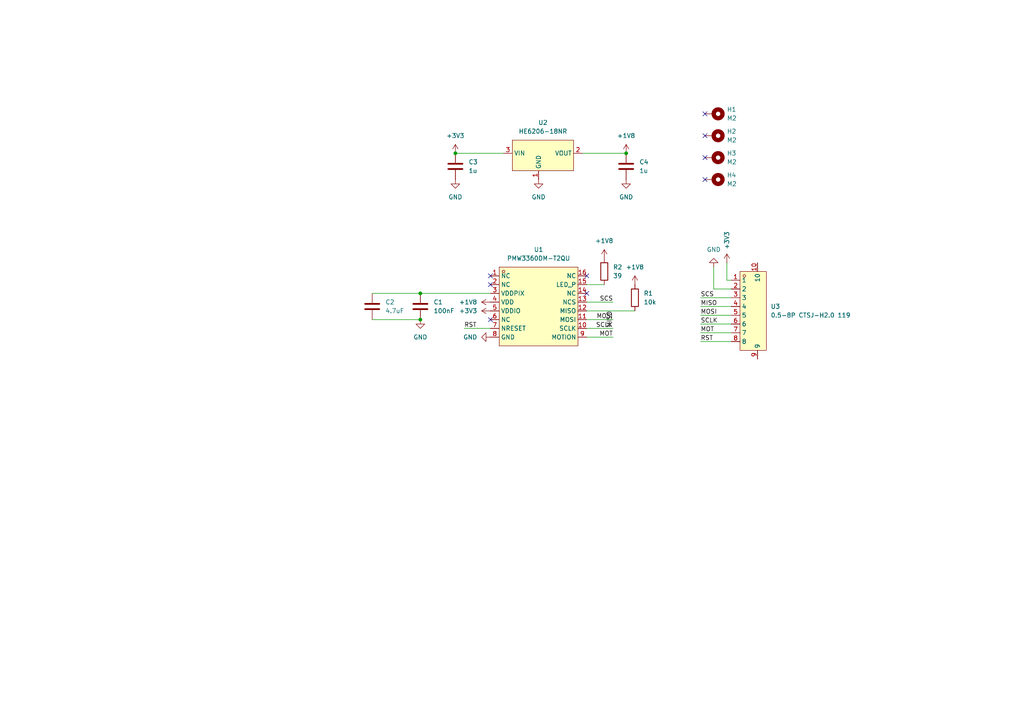
<source format=kicad_sch>
(kicad_sch (version 20231120) (generator "eeschema") (generator_version "8.0")
  (paper "A4")
  (lib_symbols
    (symbol "Device:C" (pin_numbers hide) (pin_names (offset 0.254))
      (property "Reference" "C" (at 0.635 2.54 0))
      (property "Value" "C" (at 0.635 -2.54 0))
      (symbol "C_0_1"
        (polyline (pts (xy -2.032 -0.762) (xy 2.032 -0.762)) (stroke (width 0.508)))
        (polyline (pts (xy -2.032 0.762) (xy 2.032 0.762)) (stroke (width 0.508)))
      )
      (symbol "C_1_1"
        (pin passive line (at 0 3.81 270) (length 2.794) (name "~") (number "1"))
        (pin passive line (at 0 -3.81 90) (length 2.794) (name "~") (number "2"))
      )
    )
    (symbol "Device:R" (pin_numbers hide) (pin_names (offset 0))
      (property "Reference" "R" (at 2.032 0 90))
      (property "Value" "R" (at 0 0 90))
      (symbol "R_0_1"
        (rectangle (start -1.016 -2.54) (end 1.016 2.54) (stroke (width 0.254)))
      )
      (symbol "R_1_1"
        (pin passive line (at 0 3.81 270) (length 1.27) (name "~") (number "1"))
        (pin passive line (at 0 -3.81 90) (length 1.27) (name "~") (number "2"))
      )
    )
    (symbol "EasyEDA:0.5-8PCTSJ-H2.0119"
      (property "Reference" "U" (at 0 20.32 0))
      (property "Value" "0.5-8P CTSJ-H2.0 119" (at 0 -17.78 0))
      (symbol "0.5-8PCTSJ-H2.0119_0_1"
        (rectangle (start -2.54 12.7) (end 5.08 -10.16) (fill (type background)))
        (circle (center -1.27 11.43) (radius 0.38))
        (pin unspecified line (at -5.08 10.16 0) (length 2.54) (name "1") (number "1"))
        (pin unspecified line (at 2.54 15.24 270) (length 2.54) (name "10") (number "10"))
        (pin unspecified line (at -5.08 7.62 0) (length 2.54) (name "2") (number "2"))
        (pin unspecified line (at -5.08 5.08 0) (length 2.54) (name "3") (number "3"))
        (pin unspecified line (at -5.08 2.54 0) (length 2.54) (name "4") (number "4"))
        (pin unspecified line (at -5.08 0 0) (length 2.54) (name "5") (number "5"))
        (pin unspecified line (at -5.08 -2.54 0) (length 2.54) (name "6") (number "6"))
        (pin unspecified line (at -5.08 -5.08 0) (length 2.54) (name "7") (number "7"))
        (pin unspecified line (at -5.08 -7.62 0) (length 2.54) (name "8") (number "8"))
        (pin unspecified line (at 2.54 -12.7 90) (length 2.54) (name "9") (number "9"))
      )
    )
    (symbol "EasyEDA:HE6206-18NR"
      (property "Reference" "U" (at 0 5.08 0))
      (property "Value" "HE6206-18NR" (at 0 -12.7 0))
      (symbol "HE6206-18NR_0_1"
        (rectangle (start -7.62 3.81) (end 10.16 -5.08) (fill (type background)))
        (pin unspecified line (at 0 -7.62 90) (length 2.54) (name "GND") (number "1"))
        (pin unspecified line (at 12.7 0 180) (length 2.54) (name "VOUT") (number "2"))
        (pin unspecified line (at -10.16 0 0) (length 2.54) (name "VIN") (number "3"))
      )
    )
    (symbol "EasyEDA:PMW3360DM-T2QU"
      (property "Reference" "U" (at 0 13.97 0))
      (property "Value" "PMW3360DM-T2QU" (at 0 -13.97 0))
      (symbol "PMW3360DM-T2QU_0_1"
        (rectangle (start -11.43 11.43) (end 11.43 -11.43) (fill (type background)))
        (circle (center -10.16 10.16) (radius 0.38))
        (pin unspecified line (at -13.97 8.89 0) (length 2.54) (name "NC") (number "1"))
        (pin unspecified line (at 13.97 -6.35 180) (length 2.54) (name "SCLK") (number "10"))
        (pin unspecified line (at 13.97 -3.81 180) (length 2.54) (name "MOSI") (number "11"))
        (pin unspecified line (at 13.97 -1.27 180) (length 2.54) (name "MISO") (number "12"))
        (pin unspecified line (at 13.97 1.27 180) (length 2.54) (name "NCS") (number "13"))
        (pin unspecified line (at 13.97 3.81 180) (length 2.54) (name "NC") (number "14"))
        (pin unspecified line (at 13.97 6.35 180) (length 2.54) (name "LED_P") (number "15"))
        (pin unspecified line (at 13.97 8.89 180) (length 2.54) (name "NC") (number "16"))
        (pin unspecified line (at -13.97 6.35 0) (length 2.54) (name "NC") (number "2"))
        (pin unspecified line (at -13.97 3.81 0) (length 2.54) (name "VDDPIX") (number "3"))
        (pin unspecified line (at -13.97 1.27 0) (length 2.54) (name "VDD") (number "4"))
        (pin unspecified line (at -13.97 -1.27 0) (length 2.54) (name "VDDIO") (number "5"))
        (pin unspecified line (at -13.97 -3.81 0) (length 2.54) (name "NC") (number "6"))
        (pin unspecified line (at -13.97 -6.35 0) (length 2.54) (name "NRESET") (number "7"))
        (pin unspecified line (at -13.97 -8.89 0) (length 2.54) (name "GND") (number "8"))
        (pin unspecified line (at 13.97 -8.89 180) (length 2.54) (name "MOTION") (number "9"))
      )
    )
    (symbol "Mechanical:MountingHole_Pad" (pin_numbers hide) (pin_names (offset 1.016) hide) (exclude_from_sim yes) (in_bom no)
      (property "Reference" "H" (at 0 6.35 0))
      (property "Value" "MountingHole_Pad" (at 0 4.445 0))
      (symbol "MountingHole_Pad_0_1"
        (circle (center 0 1.27) (radius 1.27) (stroke (width 1.27)))
      )
      (symbol "MountingHole_Pad_1_1"
        (pin input line (at 0 -2.54 90) (length 2.54) (name "1") (number "1"))
      )
    )
    (symbol "power:+1V8" (power) (pin_numbers hide) (pin_names (offset 0) hide)
      (property "Value" "+1V8" (at 0 3.556 0))
      (symbol "+1V8_0_1"
        (polyline (pts (xy -0.762 1.27) (xy 0 2.54)))
        (polyline (pts (xy 0 0) (xy 0 2.54)))
        (polyline (pts (xy 0 2.54) (xy 0.762 1.27)))
      )
      (symbol "+1V8_1_1"
        (pin power_in line (at 0 0 90) (length 0) (name "~") (number "1"))
      )
    )
    (symbol "power:+3V3" (power) (pin_numbers hide) (pin_names (offset 0) hide)
      (property "Value" "+3V3" (at 0 3.556 0))
      (symbol "+3V3_0_1"
        (polyline (pts (xy -0.762 1.27) (xy 0 2.54)))
        (polyline (pts (xy 0 0) (xy 0 2.54)))
        (polyline (pts (xy 0 2.54) (xy 0.762 1.27)))
      )
      (symbol "+3V3_1_1"
        (pin power_in line (at 0 0 90) (length 0) (name "~") (number "1"))
      )
    )
    (symbol "power:GND" (power) (pin_numbers hide) (pin_names (offset 0) hide)
      (property "Value" "GND" (at 0 -3.81 0))
      (symbol "GND_0_1"
        (polyline (pts (xy 0 0) (xy 0 -1.27) (xy 1.27 -1.27) (xy 0 -2.54) (xy -1.27 -1.27) (xy 0 -1.27)))
      )
      (symbol "GND_1_1"
        (pin power_in line (at 0 0 270) (length 0) (name "~") (number "1"))
      )
    )
  )
  (junction (at 181.61 44.45))
  (junction (at 121.92 85.09))
  (junction (at 132.08 44.45))
  (junction (at 121.92 92.71))
  (no_connect (at 142.24 80.01))
  (no_connect (at 142.24 92.71))
  (no_connect (at 204.47 39.37))
  (no_connect (at 204.47 45.72))
  (no_connect (at 204.47 33.02))
  (no_connect (at 142.24 82.55))
  (no_connect (at 170.18 80.01))
  (no_connect (at 204.47 52.07))
  (no_connect (at 170.18 85.09))
  (wire (pts (xy 203.2 86.36) (xy 212.09 86.36)))
  (wire (pts (xy 170.18 87.63) (xy 177.8 87.63)))
  (wire (pts (xy 107.95 85.09) (xy 121.92 85.09)))
  (wire (pts (xy 170.18 95.25) (xy 177.8 95.25)))
  (wire (pts (xy 207.01 83.82) (xy 212.09 83.82)))
  (wire (pts (xy 203.2 99.06) (xy 212.09 99.06)))
  (wire (pts (xy 134.62 95.25) (xy 142.24 95.25)))
  (wire (pts (xy 170.18 92.71) (xy 177.8 92.71)))
  (wire (pts (xy 107.95 92.71) (xy 121.92 92.71)))
  (wire (pts (xy 170.18 82.55) (xy 175.26 82.55)))
  (wire (pts (xy 170.18 90.17) (xy 184.15 90.17)))
  (wire (pts (xy 207.01 77.47) (xy 207.01 83.82)))
  (wire (pts (xy 203.2 91.44) (xy 212.09 91.44)))
  (wire (pts (xy 203.2 88.9) (xy 212.09 88.9)))
  (wire (pts (xy 168.91 44.45) (xy 181.61 44.45)))
  (wire (pts (xy 121.92 85.09) (xy 142.24 85.09)))
  (wire (pts (xy 132.08 44.45) (xy 146.05 44.45)))
  (wire (pts (xy 210.82 81.28) (xy 212.09 81.28)))
  (wire (pts (xy 203.2 96.52) (xy 212.09 96.52)))
  (wire (pts (xy 203.2 93.98) (xy 212.09 93.98)))
  (wire (pts (xy 170.18 97.79) (xy 177.8 97.79)))
  (wire (pts (xy 210.82 76.2) (xy 210.82 81.28)))
  (label "MOSI" (at 177.8 92.71 180))
  (label "MOT" (at 203.2 96.52 0))
  (label "SCLK" (at 203.2 93.98 0))
  (label "RST" (at 203.2 99.06 0))
  (label "MISO" (at 203.2 88.9 0))
  (label "SCLK" (at 177.8 95.25 180))
  (label "SCS" (at 177.8 87.63 180))
  (label "RST" (at 134.62 95.25 0))
  (label "MISO" (at 177.8 90.17 270))
  (label "MOSI" (at 203.2 91.44 0))
  (label "SCS" (at 203.2 86.36 0))
  (label "MOT" (at 177.8 97.79 180))
  (symbol (lib_id "Mechanical:MountingHole_Pad") (at 207.01 52.07 270) (unit 1) (exclude_from_sim yes) (in_bom no)
    (property "Reference" "H4" (at 210.82 50.7999 90) (effects (justify left)))
    (property "Value" "M2" (at 210.82 53.3399 90) (effects (justify left)))
    (property "Footprint" "MountingHole:MountingHole_2.2mm_M2_Pad_Via" (effects (hide yes)))
    (property "Description" "Mounting Hole with connection" (effects (hide yes)))
  )
  (symbol (lib_id "Device:C") (at 132.08 48.26 0) (unit 1)
    (property "Reference" "C3" (at 135.89 46.9899 0) (effects (justify left)))
    (property "Value" "1u" (at 135.89 49.5299 0) (effects (justify left)))
    (property "Footprint" "Capacitor_SMD:C_0805_2012Metric_Pad1.18x1.45mm_HandSolder" (effects (hide yes)))
    (property "Description" "Unpolarized capacitor" (effects (hide yes)))
  )
  (symbol (lib_id "power:GND") (at 207.01 77.47 180) (unit 1)
    (property "Reference" "#PWR08" (effects (hide yes)))
    (property "Value" "GND" (at 207.01 72.39 0))
    (property "Description" "Power symbol creates a global label with name \"GND\" , ground" (effects (hide yes)))
  )
  (symbol (lib_id "power:+1V8") (at 181.61 44.45 0) (unit 1)
    (property "Reference" "#PWR011" (effects (hide yes)))
    (property "Value" "+1V8" (at 181.61 39.37 0))
    (property "Description" "Power symbol creates a global label with name \"+1V8\"" (effects (hide yes)))
  )
  (symbol (lib_id "Mechanical:MountingHole_Pad") (at 207.01 45.72 270) (unit 1) (exclude_from_sim yes) (in_bom no)
    (property "Reference" "H3" (at 210.82 44.4499 90) (effects (justify left)))
    (property "Value" "M2" (at 210.82 46.9899 90) (effects (justify left)))
    (property "Footprint" "MountingHole:MountingHole_2.2mm_M2_Pad_Via" (effects (hide yes)))
    (property "Description" "Mounting Hole with connection" (effects (hide yes)))
  )
  (symbol (lib_id "Device:C") (at 107.95 88.9 0) (unit 1)
    (property "Reference" "C2" (at 111.76 87.6299 0) (effects (justify left)))
    (property "Value" "4.7uF" (at 111.76 90.1699 0) (effects (justify left)))
    (property "Footprint" "Capacitor_SMD:C_0805_2012Metric_Pad1.18x1.45mm_HandSolder" (effects (hide yes)))
    (property "Description" "Unpolarized capacitor" (effects (hide yes)))
  )
  (symbol (lib_id "Device:R") (at 175.26 78.74 0) (unit 1)
    (property "Reference" "R2" (at 177.8 77.4699 0) (effects (justify left)))
    (property "Value" "39" (at 177.8 80.0099 0) (effects (justify left)))
    (property "Footprint" "PCM_Resistor_SMD_AKL:R_0603_1608Metric_Pad1.05x0.95mm" (effects (hide yes)))
    (property "Description" "Resistor" (effects (hide yes)))
  )
  (symbol (lib_id "EasyEDA:PMW3360DM-T2QU") (at 156.21 88.9 0) (unit 1)
    (property "Reference" "U1" (at 156.21 72.39 0))
    (property "Value" "PMW3360DM-T2QU" (at 156.21 74.93 0))
    (property "Footprint" "EasyEDA:PDIP-16_L16.2-W9.1-P1.78-TL_PMW3389DM-T3QU" (effects (hide yes)))
    (property "LCSC Part" "C20612443" (effects (hide yes)))
  )
  (symbol (lib_id "power:GND") (at 142.24 97.79 270) (unit 1)
    (property "Reference" "#PWR04" (effects (hide yes)))
    (property "Value" "GND" (at 138.43 97.7899 90) (effects (justify right)))
    (property "Description" "Power symbol creates a global label with name \"GND\" , ground" (effects (hide yes)))
  )
  (symbol (lib_id "Mechanical:MountingHole_Pad") (at 207.01 39.37 270) (unit 1) (exclude_from_sim yes) (in_bom no)
    (property "Reference" "H2" (at 210.82 38.0999 90) (effects (justify left)))
    (property "Value" "M2" (at 210.82 40.6399 90) (effects (justify left)))
    (property "Footprint" "MountingHole:MountingHole_2.2mm_M2_Pad_Via" (effects (hide yes)))
    (property "Description" "Mounting Hole with connection" (effects (hide yes)))
  )
  (symbol (lib_id "Device:C") (at 181.61 48.26 0) (unit 1)
    (property "Reference" "C4" (at 185.42 46.9899 0) (effects (justify left)))
    (property "Value" "1u" (at 185.42 49.53 0) (effects (justify left)))
    (property "Footprint" "Capacitor_SMD:C_0805_2012Metric_Pad1.18x1.45mm_HandSolder" (effects (hide yes)))
    (property "Description" "Unpolarized capacitor" (effects (hide yes)))
  )
  (symbol (lib_id "Device:R") (at 184.15 86.36 180) (unit 1)
    (property "Reference" "R1" (at 186.69 85.0899 0) (effects (justify right)))
    (property "Value" "10k" (at 186.69 87.6299 0) (effects (justify right)))
    (property "Footprint" "PCM_Resistor_SMD_AKL:R_0603_1608Metric_Pad1.05x0.95mm" (effects (hide yes)))
    (property "Description" "Resistor" (effects (hide yes)))
  )
  (symbol (lib_id "power:GND") (at 121.92 92.71 0) (unit 1)
    (property "Reference" "#PWR01" (effects (hide yes)))
    (property "Value" "GND" (at 121.92 97.79 0))
    (property "Description" "Power symbol creates a global label with name \"GND\" , ground" (effects (hide yes)))
  )
  (symbol (lib_id "power:+3V3") (at 142.24 90.17 90) (unit 1)
    (property "Reference" "#PWR03" (effects (hide yes)))
    (property "Value" "+3V3" (at 138.43 90.1699 90) (effects (justify left)))
    (property "Description" "Power symbol creates a global label with name \"+3V3\"" (effects (hide yes)))
  )
  (symbol (lib_id "power:+3V3") (at 210.82 76.2 0) (unit 1)
    (property "Reference" "#PWR07" (effects (hide yes)))
    (property "Value" "+3V3" (at 210.8201 72.39 90) (effects (justify left)))
    (property "Description" "Power symbol creates a global label with name \"+3V3\"" (effects (hide yes)))
  )
  (symbol (lib_id "power:+3V3") (at 132.08 44.45 0) (unit 1)
    (property "Reference" "#PWR010" (effects (hide yes)))
    (property "Value" "+3V3" (at 132.08 39.37 0))
    (property "Description" "Power symbol creates a global label with name \"+3V3\"" (effects (hide yes)))
  )
  (symbol (lib_id "power:GND") (at 132.08 52.07 0) (unit 1)
    (property "Reference" "#PWR012" (effects (hide yes)))
    (property "Value" "GND" (at 132.08 57.15 0))
    (property "Description" "Power symbol creates a global label with name \"GND\" , ground" (effects (hide yes)))
  )
  (symbol (lib_id "power:+1V8") (at 184.15 82.55 0) (unit 1)
    (property "Reference" "#PWR05" (effects (hide yes)))
    (property "Value" "+1V8" (at 184.15 77.47 0))
    (property "Description" "Power symbol creates a global label with name \"+1V8\"" (effects (hide yes)))
  )
  (symbol (lib_id "Device:C") (at 121.92 88.9 0) (unit 1)
    (property "Reference" "C1" (at 125.73 87.6299 0) (effects (justify left)))
    (property "Value" "100nF" (at 125.73 90.1699 0) (effects (justify left)))
    (property "Footprint" "Capacitor_SMD:C_0805_2012Metric_Pad1.18x1.45mm_HandSolder" (effects (hide yes)))
    (property "Description" "Unpolarized capacitor" (effects (hide yes)))
  )
  (symbol (lib_id "EasyEDA:0.5-8PCTSJ-H2.0119") (at 217.17 91.44 0) (unit 1)
    (property "Reference" "U3" (at 223.52 88.8999 0) (effects (justify left)))
    (property "Value" "0.5-8P CTSJ-H2.0 119" (at 223.52 91.4399 0) (effects (justify left)))
    (property "Footprint" "EasyEDA:FPC-SMD_8P-P0.50_SHOUHAN_CTSJ-H2.0" (effects (hide yes)))
    (property "LCSC Part" "C5373445" (effects (hide yes)))
  )
  (symbol (lib_id "power:GND") (at 156.21 52.07 0) (unit 1)
    (property "Reference" "#PWR09" (effects (hide yes)))
    (property "Value" "GND" (at 156.21 57.15 0))
    (property "Description" "Power symbol creates a global label with name \"GND\" , ground" (effects (hide yes)))
  )
  (symbol (lib_id "power:+1V8") (at 175.26 74.93 0) (unit 1)
    (property "Reference" "#PWR06" (effects (hide yes)))
    (property "Value" "+1V8" (at 175.26 69.85 0))
    (property "Description" "Power symbol creates a global label with name \"+1V8\"" (effects (hide yes)))
  )
  (symbol (lib_id "power:+1V8") (at 142.24 87.63 90) (unit 1)
    (property "Reference" "#PWR02" (effects (hide yes)))
    (property "Value" "+1V8" (at 138.43 87.6299 90) (effects (justify left)))
    (property "Description" "Power symbol creates a global label with name \"+1V8\"" (effects (hide yes)))
  )
  (symbol (lib_id "EasyEDA:HE6206-18NR") (at 156.21 44.45 0) (unit 1)
    (property "Reference" "U2" (at 157.48 35.56 0))
    (property "Value" "HE6206-18NR" (at 157.48 38.1 0))
    (property "Footprint" "PCM_Package_TO_SOT_SMD_AKL:SOT-23_BigPads" (effects (hide yes)))
    (property "LCSC Part" "C5199437" (effects (hide yes)))
  )
  (symbol (lib_id "power:GND") (at 181.61 52.07 0) (unit 1)
    (property "Reference" "#PWR013" (effects (hide yes)))
    (property "Value" "GND" (at 181.61 57.15 0))
    (property "Description" "Power symbol creates a global label with name \"GND\" , ground" (effects (hide yes)))
  )
  (symbol (lib_id "Mechanical:MountingHole_Pad") (at 207.01 33.02 270) (unit 1) (exclude_from_sim yes) (in_bom no)
    (property "Reference" "H1" (at 210.82 31.7499 90) (effects (justify left)))
    (property "Value" "M2" (at 210.82 34.2899 90) (effects (justify left)))
    (property "Footprint" "MountingHole:MountingHole_2.2mm_M2_Pad_Via" (effects (hide yes)))
    (property "Description" "Mounting Hole with connection" (effects (hide yes)))
  )
)
</source>
